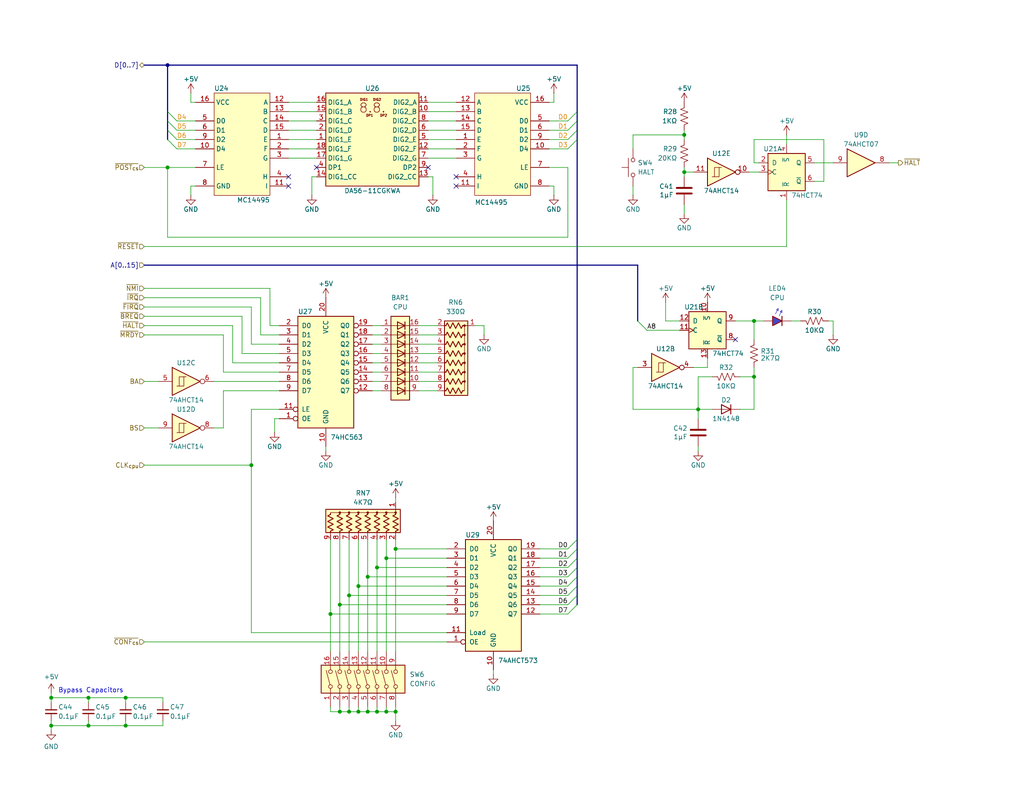
<source format=kicad_sch>
(kicad_sch (version 20250114) (generator "eeschema") (generator_version "9.0")
  (paper "USLetter")
  (title_block (title "Blinkenlights") (date "2026-02-28") (rev "2.1") (company "MicroHobbyist") (comment 1 "Frédéric Segard"))
  (lib_symbols
    (symbol "6309 Unleashed 2.0:MC14495"
      (property "Reference" "U" (at -7.62 0 0))
      (property "Value" "MC14495" (at 7.62 -31.115 0))
      (symbol "MC14495_1_1"
        (pin power_in line (at -12.7 -3.81 0) (length 5.08) (name "VCC") (number "16"))
        (pin input line (at -12.7 -8.89 0) (length 5.08) (name "D0") (number "5"))
        (pin input line (at -12.7 -11.43 0) (length 5.08) (name "D1") (number "6"))
        (pin input line (at -12.7 -13.97 0) (length 5.08) (name "D2") (number "9"))
        (pin input line (at -12.7 -16.51 0) (length 5.08) (name "D4") (number "10"))
        (pin input line (at -12.7 -21.59 0) (length 5.08) (name "LE") (number "7"))
        (pin power_in line (at -12.7 -26.67 0) (length 5.08) (name "GND") (number "8"))
        (pin output line (at 12.7 -3.81 180) (length 5.08) (name "A") (number "12"))
        (pin output line (at 12.7 -6.35 180) (length 5.08) (name "B") (number "13"))
        (pin output line (at 12.7 -8.89 180) (length 5.08) (name "C") (number "14"))
        (pin output line (at 12.7 -11.43 180) (length 5.08) (name "D") (number "15"))
        (pin output line (at 12.7 -13.97 180) (length 5.08) (name "E") (number "1"))
        (pin output line (at 12.7 -16.51 180) (length 5.08) (name "F") (number "2"))
        (pin output line (at 12.7 -19.05 180) (length 5.08) (name "G") (number "3"))
        (pin output line (at 12.7 -24.13 180) (length 5.08) (name "H") (number "4"))
        (pin output line (at 12.7 -26.67 180) (length 5.08) (name "I") (number "11"))
      )
    )
    (symbol "74xx:74HC14" (pin_names (offset 1.016))
      (property "Reference" "U" (at 0 1.27 0))
      (property "Value" "74HC14" (at 0 -1.27 0))
      (symbol "74HC14_1_0"
        (pin input line (at -7.62 0 0) (length 3.81) (name "~") (number "1"))
        (pin output inverted (at 7.62 0 180) (length 3.81) (name "~") (number "2"))
      )
      (symbol "74HC14_2_0"
        (pin input line (at -7.62 0 0) (length 3.81) (name "~") (number "3"))
        (pin output inverted (at 7.62 0 180) (length 3.81) (name "~") (number "4"))
      )
      (symbol "74HC14_3_0"
        (pin input line (at -7.62 0 0) (length 3.81) (name "~") (number "5"))
        (pin output inverted (at 7.62 0 180) (length 3.81) (name "~") (number "6"))
      )
      (symbol "74HC14_4_0"
        (pin input line (at -7.62 0 0) (length 3.81) (name "~") (number "9"))
        (pin output inverted (at 7.62 0 180) (length 3.81) (name "~") (number "8"))
      )
      (symbol "74HC14_5_0"
        (pin input line (at -7.62 0 0) (length 3.81) (name "~") (number "11"))
        (pin output inverted (at 7.62 0 180) (length 3.81) (name "~") (number "10"))
      )
      (symbol "74HC14_6_0"
        (pin input line (at -7.62 0 0) (length 3.81) (name "~") (number "13"))
        (pin output inverted (at 7.62 0 180) (length 3.81) (name "~") (number "12"))
      )
      (symbol "74HC14_7_0"
        (pin power_in line (at 0 12.7 270) (length 5.08) (name "VCC") (number "14"))
        (pin power_in line (at 0 -12.7 90) (length 5.08) (name "GND") (number "7"))
      )
    )
    (symbol "74xx:74HCT74" (pin_names (offset 1.016))
      (property "Reference" "U" (at -7.62 8.89 0))
      (property "Value" "74HCT74" (at -7.62 -8.89 0))
      (symbol "74HCT74_1_0"
        (pin input line (at -7.62 2.54 0) (length 2.54) (name "D") (number "2"))
        (pin input clock (at -7.62 0 0) (length 2.54) (name "C") (number "3"))
        (pin input line (at 0 7.62 270) (length 2.54) (name "~{S}") (number "4"))
        (pin input line (at 0 -7.62 90) (length 2.54) (name "~{R}") (number "1"))
        (pin output line (at 7.62 2.54 180) (length 2.54) (name "Q") (number "5"))
        (pin output line (at 7.62 -2.54 180) (length 2.54) (name "~{Q}") (number "6"))
      )
      (symbol "74HCT74_2_0"
        (pin input line (at -7.62 2.54 0) (length 2.54) (name "D") (number "12"))
        (pin input clock (at -7.62 0 0) (length 2.54) (name "C") (number "11"))
        (pin input line (at 0 7.62 270) (length 2.54) (name "~{S}") (number "10"))
        (pin input line (at 0 -7.62 90) (length 2.54) (name "~{R}") (number "13"))
        (pin output line (at 7.62 2.54 180) (length 2.54) (name "Q") (number "9"))
        (pin output line (at 7.62 -2.54 180) (length 2.54) (name "~{Q}") (number "8"))
      )
      (symbol "74HCT74_3_0"
        (pin power_in line (at 0 10.16 270) (length 2.54) (name "VCC") (number "14"))
        (pin power_in line (at 0 -10.16 90) (length 2.54) (name "GND") (number "7"))
      )
    )
    (symbol "74xx:74LS07" (pin_names (offset 1.016))
      (property "Reference" "U" (at 0 1.27 0))
      (property "Value" "74LS07" (at 0 -1.27 0))
      (symbol "74LS07_1_0"
        (pin input line (at -7.62 0 0) (length 3.81) (name "~") (number "1"))
        (pin open_collector line (at 7.62 0 180) (length 3.81) (name "~") (number "2"))
      )
      (symbol "74LS07_2_0"
        (pin input line (at -7.62 0 0) (length 3.81) (name "~") (number "3"))
        (pin open_collector line (at 7.62 0 180) (length 3.81) (name "~") (number "4"))
      )
      (symbol "74LS07_3_0"
        (pin input line (at -7.62 0 0) (length 3.81) (name "~") (number "5"))
        (pin open_collector line (at 7.62 0 180) (length 3.81) (name "~") (number "6"))
      )
      (symbol "74LS07_4_0"
        (pin input line (at -7.62 0 0) (length 3.81) (name "~") (number "9"))
        (pin open_collector line (at 7.62 0 180) (length 3.81) (name "~") (number "8"))
      )
      (symbol "74LS07_5_0"
        (pin input line (at -7.62 0 0) (length 3.81) (name "~") (number "11"))
        (pin open_collector line (at 7.62 0 180) (length 3.81) (name "~") (number "10"))
      )
      (symbol "74LS07_6_0"
        (pin input line (at -7.62 0 0) (length 3.81) (name "~") (number "13"))
        (pin open_collector line (at 7.62 0 180) (length 3.81) (name "~") (number "12"))
      )
      (symbol "74LS07_7_0"
        (pin power_in line (at 0 12.7 270) (length 5.08) (name "VCC") (number "14"))
        (pin power_in line (at 0 -12.7 90) (length 5.08) (name "GND") (number "7"))
      )
    )
    (symbol "74xx:74LS573" (pin_names (offset 1.016))
      (property "Reference" "U" (at -7.62 16.51 0))
      (property "Value" "74LS573" (at -7.62 -16.51 0))
      (symbol "74LS573_1_0"
        (pin input line (at -12.7 12.7 0) (length 5.08) (name "D0") (number "2"))
        (pin input line (at -12.7 10.16 0) (length 5.08) (name "D1") (number "3"))
        (pin input line (at -12.7 7.62 0) (length 5.08) (name "D2") (number "4"))
        (pin input line (at -12.7 5.08 0) (length 5.08) (name "D3") (number "5"))
        (pin input line (at -12.7 2.54 0) (length 5.08) (name "D4") (number "6"))
        (pin input line (at -12.7 0 0) (length 5.08) (name "D5") (number "7"))
        (pin input line (at -12.7 -2.54 0) (length 5.08) (name "D6") (number "8"))
        (pin input line (at -12.7 -5.08 0) (length 5.08) (name "D7") (number "9"))
        (pin input line (at -12.7 -10.16 0) (length 5.08) (name "Load") (number "11"))
        (pin input inverted (at -12.7 -12.7 0) (length 5.08) (name "OE") (number "1"))
        (pin power_in line (at 0 20.32 270) (length 5.08) (name "VCC") (number "20"))
        (pin power_in line (at 0 -20.32 90) (length 5.08) (name "GND") (number "10"))
        (pin tri_state line (at 12.7 12.7 180) (length 5.08) (name "Q0") (number "19"))
        (pin tri_state line (at 12.7 10.16 180) (length 5.08) (name "Q1") (number "18"))
        (pin tri_state line (at 12.7 7.62 180) (length 5.08) (name "Q2") (number "17"))
        (pin tri_state line (at 12.7 5.08 180) (length 5.08) (name "Q3") (number "16"))
        (pin tri_state line (at 12.7 2.54 180) (length 5.08) (name "Q4") (number "15"))
        (pin tri_state line (at 12.7 0 180) (length 5.08) (name "Q5") (number "14"))
        (pin tri_state line (at 12.7 -2.54 180) (length 5.08) (name "Q6") (number "13"))
        (pin tri_state line (at 12.7 -5.08 180) (length 5.08) (name "Q7") (number "12"))
      )
    )
    (symbol "Device:C" (pin_numbers (hide yes)) (pin_names (offset 0.254))
      (property "Reference" "C" (at 0.635 2.54 0))
      (property "Value" "C" (at 0.635 -2.54 0))
      (symbol "C_1_1"
        (pin passive line (at 0 3.81 270) (length 2.794) (name "~") (number "1"))
        (pin passive line (at 0 -3.81 90) (length 2.794) (name "~") (number "2"))
      )
    )
    (symbol "Device:C_Small" (pin_numbers (hide yes)) (pin_names (offset 0.254) (hide yes))
      (property "Reference" "C" (at 0.254 1.778 0))
      (property "Value" "C_Small" (at 0.254 -2.032 0))
      (symbol "C_Small_1_1"
        (pin passive line (at 0 2.54 270) (length 2.032) (name "~") (number "1"))
        (pin passive line (at 0 -2.54 90) (length 2.032) (name "~") (number "2"))
      )
    )
    (symbol "Device:R_US" (pin_numbers (hide yes)) (pin_names (offset 0))
      (property "Reference" "R" (at 2.54 0 90))
      (property "Value" "R_US" (at -2.54 0 90))
      (symbol "R_US_1_1"
        (pin passive line (at 0 3.81 270) (length 1.27) (name "~") (number "1"))
        (pin passive line (at 0 -3.81 90) (length 1.27) (name "~") (number "2"))
      )
    )
    (symbol "Diode:1N4148" (pin_numbers (hide yes)) (pin_names (hide yes))
      (property "Reference" "D" (at 0 2.54 0))
      (property "Value" "1N4148" (at 0 -2.54 0))
      (symbol "1N4148_1_1"
        (pin passive line (at -3.81 0 0) (length 2.54) (name "K") (number "1"))
        (pin passive line (at 3.81 0 180) (length 2.54) (name "A") (number "2"))
      )
    )
    (symbol "Display_Character:DC56-11YWA"
      (property "Reference" "U" (at -11.43 13.97 0))
      (property "Value" "DC56-11YWA" (at 12.065 13.97 0))
      (symbol "DC56-11YWA_0_0"
        (text "DIG1" (at -2.286 10.922 0) (effects (font (size 0.635 0.635))))
        (text "DP1" (at -0.762 6.604 0) (effects (font (size 0.635 0.635))))
        (text "8.8." (at 0 8.636 0) (effects (font (size 2.54 2.54))))
        (text "DIG2" (at 1.27 10.922 0) (effects (font (size 0.635 0.635))))
        (text "DP2" (at 3.048 6.604 0) (effects (font (size 0.635 0.635))))
      )
      (symbol "DC56-11YWA_1_1"
        (pin input line (at -15.24 10.16 0) (length 2.54) (name "DIG1_A") (number "16"))
        (pin input line (at -15.24 7.62 0) (length 2.54) (name "DIG1_B") (number "15"))
        (pin input line (at -15.24 5.08 0) (length 2.54) (name "DIG1_C") (number "3"))
        (pin input line (at -15.24 2.54 0) (length 2.54) (name "DIG1_D") (number "2"))
        (pin input line (at -15.24 0 0) (length 2.54) (name "DIG1_E") (number "1"))
        (pin input line (at -15.24 -2.54 0) (length 2.54) (name "DIG1_F") (number "18"))
        (pin input line (at -15.24 -5.08 0) (length 2.54) (name "DIG1_G") (number "17"))
        (pin input line (at -15.24 -7.62 0) (length 2.54) (name "DP1") (number "4"))
        (pin input line (at -15.24 -10.16 0) (length 2.54) (name "DIG1_CC") (number "14"))
        (pin input line (at 15.24 10.16 180) (length 2.54) (name "DIG2_A") (number "11"))
        (pin input line (at 15.24 7.62 180) (length 2.54) (name "DIG2_B") (number "10"))
        (pin input line (at 15.24 5.08 180) (length 2.54) (name "DIG2_C") (number "8"))
        (pin input line (at 15.24 2.54 180) (length 2.54) (name "DIG2_D") (number "6"))
        (pin input line (at 15.24 0 180) (length 2.54) (name "DIG2_E") (number "5"))
        (pin input line (at 15.24 -2.54 180) (length 2.54) (name "DIG2_F") (number "12"))
        (pin input line (at 15.24 -5.08 180) (length 2.54) (name "DIG2_G") (number "7"))
        (pin input line (at 15.24 -7.62 180) (length 2.54) (name "DP2") (number "9"))
        (pin input line (at 15.24 -10.16 180) (length 2.54) (name "DIG2_CC") (number "13"))
      )
    )
    (symbol "MicroHobbyist:74HC563" (pin_names (offset 1.016))
      (property "Reference" "U" (at -7.62 16.51 0))
      (property "Value" "74HC563" (at 1.27 -17.78 0))
      (symbol "74HC563_1_0"
        (pin input line (at -12.7 12.7 0) (length 5.08) (name "D0") (number "2"))
        (pin input line (at -12.7 10.16 0) (length 5.08) (name "D1") (number "3"))
        (pin input line (at -12.7 7.62 0) (length 5.08) (name "D2") (number "4"))
        (pin input line (at -12.7 5.08 0) (length 5.08) (name "D3") (number "5"))
        (pin input line (at -12.7 2.54 0) (length 5.08) (name "D4") (number "6"))
        (pin input line (at -12.7 0 0) (length 5.08) (name "D5") (number "7"))
        (pin input line (at -12.7 -2.54 0) (length 5.08) (name "D6") (number "8"))
        (pin input line (at -12.7 -5.08 0) (length 5.08) (name "D7") (number "9"))
        (pin input inverted (at -12.7 -10.16 0) (length 5.08) (name "LE") (number "11"))
        (pin input inverted (at -12.7 -12.7 0) (length 5.08) (name "OE") (number "1"))
        (pin power_in line (at 0 20.32 270) (length 5.08) (name "VCC") (number "20"))
        (pin power_in line (at 0 -20.32 90) (length 5.08) (name "GND") (number "10"))
        (pin tri_state inverted (at 12.7 12.7 180) (length 5.08) (name "Q0") (number "19"))
        (pin tri_state inverted (at 12.7 10.16 180) (length 5.08) (name "Q1") (number "18"))
        (pin tri_state inverted (at 12.7 7.62 180) (length 5.08) (name "Q2") (number "17"))
        (pin tri_state inverted (at 12.7 5.08 180) (length 5.08) (name "Q3") (number "16"))
        (pin tri_state inverted (at 12.7 2.54 180) (length 5.08) (name "Q4") (number "15"))
        (pin tri_state inverted (at 12.7 0 180) (length 5.08) (name "Q5") (number "14"))
        (pin tri_state inverted (at 12.7 -2.54 180) (length 5.08) (name "Q6") (number "13"))
        (pin tri_state inverted (at 12.7 -5.08 180) (length 5.08) (name "Q7") (number "12"))
      )
    )
    (symbol "MicroHobbyist:BAR_GRAPH_8" (pin_names (offset 1.016) (hide yes))
      (property "Reference" "BAR" (at 0 15.24 0))
      (property "Value" "F2010BW" (at 0 -12.7 0))
      (symbol "BAR_GRAPH_8_1_1"
        (pin passive line (at -5.08 10.16 0) (length 2.54) (name "A") (number "1"))
        (pin passive line (at -5.08 7.62 0) (length 2.54) (name "A") (number "2"))
        (pin passive line (at -5.08 5.08 0) (length 2.54) (name "A") (number "3"))
        (pin passive line (at -5.08 2.54 0) (length 2.54) (name "A") (number "4"))
        (pin passive line (at -5.08 0 0) (length 2.54) (name "A") (number "5"))
        (pin passive line (at -5.08 -2.54 0) (length 2.54) (name "A") (number "6"))
        (pin passive line (at -5.08 -5.08 0) (length 2.54) (name "A") (number "7"))
        (pin passive line (at -5.08 -7.62 0) (length 2.54) (name "A") (number "8"))
        (pin passive line (at 5.08 10.16 180) (length 2.54) (name "K") (number "16"))
        (pin passive line (at 5.08 7.62 180) (length 2.54) (name "K") (number "15"))
        (pin passive line (at 5.08 5.08 180) (length 2.54) (name "K") (number "14"))
        (pin passive line (at 5.08 2.54 180) (length 2.54) (name "K") (number "13"))
        (pin passive line (at 5.08 0 180) (length 2.54) (name "K") (number "12"))
        (pin passive line (at 5.08 -2.54 180) (length 2.54) (name "K") (number "11"))
        (pin passive line (at 5.08 -5.08 180) (length 2.54) (name "A") (number "10"))
        (pin passive line (at 5.08 -7.62 180) (length 2.54) (name "A") (number "9"))
      )
    )
    (symbol "PCM_LED_AKL:LED_2x5mm_Blue" (pin_numbers (hide yes)) (pin_names (offset 1.016) (hide yes))
      (property "Reference" "LED" (at 0 7.62 0))
      (property "Value" "LED_2x5mm_Blue" (at 0 5.08 0))
      (symbol "LED_2x5mm_Blue_1_1"
        (pin passive line (at -3.81 0 0) (length 2.54) (name "A") (number "2"))
        (pin passive line (at 3.81 0 180) (length 2.54) (name "K") (number "1"))
      )
      (symbol "LED_2x5mm_Blue_1_2"
        (pin passive line (at -2.54 -2.54 0) (length 0) (name "A") (number "2"))
        (pin passive line (at 2.54 2.54 180) (length 0) (name "K") (number "1"))
      )
    )
    (symbol "PCM_Resistor_US_AKL:R_Bussed_SIP-9" (pin_names (offset 0.002) (hide yes))
      (property "Reference" "RN" (at 10.16 1.27 0))
      (property "Value" "R_Bussed_SIP-9" (at 10.16 -1.27 0))
      (symbol "R_Bussed_SIP-9_1_1"
        (pin passive line (at -10.16 5.08 270) (length 1.27) (name "common") (number "1"))
        (pin passive line (at -10.16 -5.08 90) (length 1.27) (name "R1") (number "2"))
        (pin passive line (at -7.62 -5.08 90) (length 1.27) (name "R2") (number "3"))
        (pin passive line (at -5.08 -5.08 90) (length 1.27) (name "R3") (number "4"))
        (pin passive line (at -2.54 -5.08 90) (length 1.27) (name "R4") (number "5"))
        (pin passive line (at 0 -5.08 90) (length 1.27) (name "R5") (number "6"))
        (pin passive line (at 2.54 -5.08 90) (length 1.27) (name "R6") (number "7"))
        (pin passive line (at 5.08 -5.08 90) (length 1.27) (name "R7") (number "8"))
        (pin passive line (at 7.62 -5.08 90) (length 1.27) (name "R8") (number "9"))
      )
    )
    (symbol "Switch:SW_DIP_x08" (pin_names (offset 0) (hide yes))
      (property "Reference" "SW" (at 0 13.97 0))
      (property "Value" "SW_DIP_x08" (at 0 -11.43 0))
      (symbol "SW_DIP_x08_1_1"
        (pin passive line (at -7.62 10.16 0) (length 5.08) (name "~") (number "1"))
        (pin passive line (at -7.62 7.62 0) (length 5.08) (name "~") (number "2"))
        (pin passive line (at -7.62 5.08 0) (length 5.08) (name "~") (number "3"))
        (pin passive line (at -7.62 2.54 0) (length 5.08) (name "~") (number "4"))
        (pin passive line (at -7.62 0 0) (length 5.08) (name "~") (number "5"))
        (pin passive line (at -7.62 -2.54 0) (length 5.08) (name "~") (number "6"))
        (pin passive line (at -7.62 -5.08 0) (length 5.08) (name "~") (number "7"))
        (pin passive line (at -7.62 -7.62 0) (length 5.08) (name "~") (number "8"))
        (pin passive line (at 7.62 10.16 180) (length 5.08) (name "~") (number "16"))
        (pin passive line (at 7.62 7.62 180) (length 5.08) (name "~") (number "15"))
        (pin passive line (at 7.62 5.08 180) (length 5.08) (name "~") (number "14"))
        (pin passive line (at 7.62 2.54 180) (length 5.08) (name "~") (number "13"))
        (pin passive line (at 7.62 0 180) (length 5.08) (name "~") (number "12"))
        (pin passive line (at 7.62 -2.54 180) (length 5.08) (name "~") (number "11"))
        (pin passive line (at 7.62 -5.08 180) (length 5.08) (name "~") (number "10"))
        (pin passive line (at 7.62 -7.62 180) (length 5.08) (name "~") (number "9"))
      )
    )
    (symbol "Switch:SW_Push" (pin_numbers (hide yes)) (pin_names (offset 1.016) (hide yes))
      (property "Reference" "SW" (at 1.27 2.54 0))
      (property "Value" "SW_Push" (at 0 -1.524 0))
      (symbol "SW_Push_0_1"
        (pin passive line (at -5.08 0 0) (length 2.54) (name "1") (number "1"))
        (pin passive line (at 5.08 0 180) (length 2.54) (name "2") (number "2"))
      )
    )
    (symbol "power:+5V" (power) (pin_numbers (hide yes)) (pin_names (offset 0) (hide yes))
      (property "Value" "+5V" (at 0 3.556 0))
      (symbol "+5V_1_1"
        (pin power_in line (at 0 0 90) (length 0) (name "~") (number "1"))
      )
    )
    (symbol "power:GND" (power) (pin_numbers (hide yes)) (pin_names (offset 0) (hide yes))
      (property "Value" "GND" (at 0 -3.81 0))
      (symbol "GND_1_1"
        (pin power_in line (at 0 0 270) (length 0) (name "~") (number "1"))
      )
    )
  )
  (text "Bypass Capacitors" (at 15.875 188.595 0) (effects (font (size 1.27 1.27)) (justify left)))
  (junction (at 95.25 194.31))
  (junction (at 205.74 87.63))
  (junction (at 186.69 36.83))
  (junction (at 97.79 160.02))
  (junction (at 100.33 194.31))
  (junction (at 90.17 167.64))
  (junction (at 186.69 46.99))
  (junction (at 97.79 194.31))
  (junction (at 34.29 190.5))
  (junction (at 102.87 194.31))
  (junction (at 24.13 198.12))
  (junction (at 92.71 165.1))
  (junction (at 13.97 198.12))
  (junction (at 102.87 154.94))
  (junction (at 107.95 149.86))
  (junction (at 100.33 157.48))
  (junction (at 105.41 194.31))
  (junction (at 95.25 162.56))
  (junction (at 107.95 194.31))
  (junction (at 45.72 17.78))
  (junction (at 190.5 111.76))
  (junction (at 34.29 198.12))
  (junction (at 92.71 194.31))
  (junction (at 68.58 127))
  (junction (at 105.41 152.4))
  (junction (at 205.74 102.87))
  (junction (at 24.13 190.5))
  (junction (at 45.72 45.72))
  (junction (at 13.97 190.5))
  (no_connect (at 78.74 50.8))
  (no_connect (at 124.46 48.26))
  (no_connect (at 200.66 92.71))
  (no_connect (at 86.36 45.72))
  (no_connect (at 124.46 50.8))
  (no_connect (at 116.84 45.72))
  (no_connect (at 78.74 48.26))
  (bus_entry (at 45.72 35.56) (size 2.54 2.54))
  (bus_entry (at 173.99 87.63) (size 2.54 2.54))
  (bus_entry (at 154.94 35.56) (size 2.54 -2.54))
  (bus_entry (at 154.94 152.4) (size 2.54 -2.54))
  (bus_entry (at 154.94 167.64) (size 2.54 -2.54))
  (bus_entry (at 154.94 162.56) (size 2.54 -2.54))
  (bus_entry (at 45.72 38.1) (size 2.54 2.54))
  (bus_entry (at 154.94 154.94) (size 2.54 -2.54))
  (bus_entry (at 154.94 40.64) (size 2.54 -2.54))
  (bus_entry (at 154.94 165.1) (size 2.54 -2.54))
  (bus_entry (at 154.94 157.48) (size 2.54 -2.54))
  (bus_entry (at 154.94 149.86) (size 2.54 -2.54))
  (bus_entry (at 154.94 33.02) (size 2.54 -2.54))
  (bus_entry (at 154.94 160.02) (size 2.54 -2.54))
  (bus_entry (at 154.94 38.1) (size 2.54 -2.54))
  (bus_entry (at 45.72 30.48) (size 2.54 2.54))
  (bus_entry (at 45.72 33.02) (size 2.54 2.54))
  (wire (pts (xy 39.37 91.44) (xy 60.96 91.44)))
  (bus (pts (xy 157.48 149.86) (xy 157.48 152.4)))
  (wire (pts (xy 147.32 154.94) (xy 154.94 154.94)))
  (wire (pts (xy 226.06 87.63) (xy 227.33 87.63)))
  (wire (pts (xy 78.74 33.02) (xy 86.36 33.02)))
  (wire (pts (xy 147.32 152.4) (xy 154.94 152.4)))
  (wire (pts (xy 66.04 96.52) (xy 76.2 96.52)))
  (wire (pts (xy 78.74 38.1) (xy 86.36 38.1)))
  (wire (pts (xy 186.69 55.88) (xy 186.69 58.42)))
  (wire (pts (xy 190.5 114.3) (xy 190.5 111.76)))
  (wire (pts (xy 205.74 92.71) (xy 205.74 87.63)))
  (wire (pts (xy 104.14 99.06) (xy 101.6 99.06)))
  (wire (pts (xy 104.14 93.98) (xy 101.6 93.98)))
  (wire (pts (xy 149.86 40.64) (xy 154.94 40.64)))
  (wire (pts (xy 104.14 101.6) (xy 101.6 101.6)))
  (wire (pts (xy 102.87 154.94) (xy 102.87 147.32)))
  (wire (pts (xy 97.79 160.02) (xy 121.92 160.02)))
  (bus (pts (xy 45.72 30.48) (xy 45.72 33.02)))
  (wire (pts (xy 104.14 96.52) (xy 101.6 96.52)))
  (wire (pts (xy 52.07 50.8) (xy 52.07 53.34)))
  (wire (pts (xy 13.97 198.12) (xy 24.13 198.12)))
  (wire (pts (xy 132.08 88.9) (xy 132.08 91.44)))
  (wire (pts (xy 95.25 162.56) (xy 121.92 162.56)))
  (bus (pts (xy 45.72 33.02) (xy 45.72 35.56)))
  (wire (pts (xy 52.07 25.4) (xy 52.07 27.94)))
  (wire (pts (xy 78.74 35.56) (xy 86.36 35.56)))
  (wire (pts (xy 68.58 172.72) (xy 121.92 172.72)))
  (wire (pts (xy 68.58 111.76) (xy 76.2 111.76)))
  (wire (pts (xy 114.3 93.98) (xy 119.38 93.98)))
  (wire (pts (xy 39.37 81.28) (xy 71.12 81.28)))
  (wire (pts (xy 172.72 100.33) (xy 173.99 100.33)))
  (wire (pts (xy 124.46 38.1) (xy 116.84 38.1)))
  (bus (pts (xy 173.99 72.39) (xy 173.99 87.63)))
  (wire (pts (xy 39.37 78.74) (xy 73.66 78.74)))
  (wire (pts (xy 205.74 38.1) (xy 205.74 44.45)))
  (wire (pts (xy 39.37 175.26) (xy 121.92 175.26)))
  (wire (pts (xy 205.74 102.87) (xy 205.74 100.33)))
  (wire (pts (xy 39.37 67.31) (xy 214.63 67.31)))
  (wire (pts (xy 48.26 35.56) (xy 53.34 35.56)))
  (wire (pts (xy 242.57 44.45) (xy 245.11 44.45)))
  (wire (pts (xy 92.71 194.31) (xy 95.25 194.31)))
  (wire (pts (xy 205.74 44.45) (xy 207.01 44.45)))
  (wire (pts (xy 124.46 30.48) (xy 116.84 30.48)))
  (wire (pts (xy 105.41 193.04) (xy 105.41 194.31)))
  (wire (pts (xy 39.37 83.82) (xy 68.58 83.82)))
  (bus (pts (xy 39.37 72.39) (xy 173.99 72.39)))
  (wire (pts (xy 204.47 46.99) (xy 207.01 46.99)))
  (wire (pts (xy 193.04 100.33) (xy 193.04 97.79)))
  (wire (pts (xy 114.3 99.06) (xy 119.38 99.06)))
  (wire (pts (xy 149.86 50.8) (xy 151.13 50.8)))
  (wire (pts (xy 104.14 104.14) (xy 101.6 104.14)))
  (wire (pts (xy 58.42 116.84) (xy 60.96 116.84)))
  (wire (pts (xy 52.07 27.94) (xy 53.34 27.94)))
  (wire (pts (xy 13.97 190.5) (xy 13.97 191.77)))
  (wire (pts (xy 100.33 157.48) (xy 121.92 157.48)))
  (wire (pts (xy 107.95 135.89) (xy 107.95 137.16)))
  (wire (pts (xy 73.66 88.9) (xy 76.2 88.9)))
  (wire (pts (xy 90.17 177.8) (xy 90.17 167.64)))
  (wire (pts (xy 45.72 64.77) (xy 154.94 64.77)))
  (wire (pts (xy 39.37 86.36) (xy 66.04 86.36)))
  (wire (pts (xy 186.69 36.83) (xy 186.69 38.1)))
  (wire (pts (xy 13.97 190.5) (xy 24.13 190.5)))
  (wire (pts (xy 149.86 27.94) (xy 151.13 27.94)))
  (wire (pts (xy 190.5 102.87) (xy 190.5 111.76)))
  (wire (pts (xy 58.42 104.14) (xy 76.2 104.14)))
  (wire (pts (xy 105.41 152.4) (xy 105.41 147.32)))
  (wire (pts (xy 63.5 88.9) (xy 63.5 99.06)))
  (wire (pts (xy 92.71 193.04) (xy 92.71 194.31)))
  (wire (pts (xy 90.17 194.31) (xy 92.71 194.31)))
  (wire (pts (xy 97.79 177.8) (xy 97.79 160.02)))
  (wire (pts (xy 97.79 193.04) (xy 97.79 194.31)))
  (wire (pts (xy 186.69 45.72) (xy 186.69 46.99)))
  (bus (pts (xy 157.48 162.56) (xy 157.48 165.1)))
  (wire (pts (xy 34.29 190.5) (xy 34.29 191.77)))
  (wire (pts (xy 205.74 102.87) (xy 205.74 111.76)))
  (wire (pts (xy 124.46 33.02) (xy 116.84 33.02)))
  (wire (pts (xy 116.84 48.26) (xy 118.11 48.26)))
  (wire (pts (xy 149.86 45.72) (xy 154.94 45.72)))
  (wire (pts (xy 105.41 152.4) (xy 121.92 152.4)))
  (wire (pts (xy 114.3 96.52) (xy 119.38 96.52)))
  (wire (pts (xy 39.37 45.72) (xy 45.72 45.72)))
  (wire (pts (xy 189.23 100.33) (xy 193.04 100.33)))
  (wire (pts (xy 124.46 43.18) (xy 116.84 43.18)))
  (wire (pts (xy 114.3 88.9) (xy 119.38 88.9)))
  (wire (pts (xy 107.95 177.8) (xy 107.95 149.86)))
  (wire (pts (xy 13.97 196.85) (xy 13.97 198.12)))
  (wire (pts (xy 39.37 88.9) (xy 63.5 88.9)))
  (wire (pts (xy 114.3 104.14) (xy 119.38 104.14)))
  (bus (pts (xy 157.48 152.4) (xy 157.48 154.94)))
  (wire (pts (xy 95.25 162.56) (xy 95.25 147.32)))
  (wire (pts (xy 151.13 25.4) (xy 151.13 27.94)))
  (wire (pts (xy 149.86 38.1) (xy 154.94 38.1)))
  (wire (pts (xy 66.04 86.36) (xy 66.04 96.52)))
  (wire (pts (xy 134.62 184.15) (xy 134.62 182.88)))
  (wire (pts (xy 71.12 91.44) (xy 76.2 91.44)))
  (wire (pts (xy 48.26 33.02) (xy 53.34 33.02)))
  (wire (pts (xy 100.33 177.8) (xy 100.33 157.48)))
  (wire (pts (xy 85.09 48.26) (xy 85.09 53.34)))
  (wire (pts (xy 34.29 196.85) (xy 34.29 198.12)))
  (bus (pts (xy 45.72 35.56) (xy 45.72 38.1)))
  (wire (pts (xy 205.74 87.63) (xy 208.28 87.63)))
  (wire (pts (xy 172.72 36.83) (xy 172.72 40.64)))
  (wire (pts (xy 68.58 83.82) (xy 68.58 93.98)))
  (wire (pts (xy 92.71 177.8) (xy 92.71 165.1)))
  (wire (pts (xy 78.74 30.48) (xy 86.36 30.48)))
  (wire (pts (xy 215.9 87.63) (xy 218.44 87.63)))
  (wire (pts (xy 224.79 38.1) (xy 205.74 38.1)))
  (wire (pts (xy 102.87 194.31) (xy 105.41 194.31)))
  (wire (pts (xy 24.13 190.5) (xy 34.29 190.5)))
  (bus (pts (xy 157.48 35.56) (xy 157.48 38.1)))
  (wire (pts (xy 68.58 93.98) (xy 76.2 93.98)))
  (wire (pts (xy 222.25 49.53) (xy 224.79 49.53)))
  (wire (pts (xy 85.09 48.26) (xy 86.36 48.26)))
  (wire (pts (xy 114.3 101.6) (xy 119.38 101.6)))
  (wire (pts (xy 172.72 111.76) (xy 172.72 100.33)))
  (wire (pts (xy 147.32 162.56) (xy 154.94 162.56)))
  (wire (pts (xy 34.29 198.12) (xy 44.45 198.12)))
  (wire (pts (xy 200.66 87.63) (xy 205.74 87.63)))
  (wire (pts (xy 214.63 54.61) (xy 214.63 67.31)))
  (wire (pts (xy 74.93 114.3) (xy 74.93 118.11)))
  (wire (pts (xy 95.25 177.8) (xy 95.25 162.56)))
  (wire (pts (xy 124.46 40.64) (xy 116.84 40.64)))
  (wire (pts (xy 114.3 106.68) (xy 119.38 106.68)))
  (wire (pts (xy 190.5 123.19) (xy 190.5 121.92)))
  (wire (pts (xy 172.72 111.76) (xy 190.5 111.76)))
  (wire (pts (xy 107.95 149.86) (xy 107.95 147.32)))
  (bus (pts (xy 157.48 160.02) (xy 157.48 162.56)))
  (wire (pts (xy 90.17 193.04) (xy 90.17 194.31)))
  (wire (pts (xy 78.74 27.94) (xy 86.36 27.94)))
  (wire (pts (xy 92.71 165.1) (xy 121.92 165.1)))
  (wire (pts (xy 147.32 157.48) (xy 154.94 157.48)))
  (wire (pts (xy 63.5 99.06) (xy 76.2 99.06)))
  (wire (pts (xy 39.37 116.84) (xy 43.18 116.84)))
  (wire (pts (xy 124.46 35.56) (xy 116.84 35.56)))
  (wire (pts (xy 172.72 50.8) (xy 172.72 53.34)))
  (wire (pts (xy 107.95 194.31) (xy 107.95 196.85)))
  (wire (pts (xy 97.79 194.31) (xy 100.33 194.31)))
  (wire (pts (xy 45.72 45.72) (xy 45.72 64.77)))
  (wire (pts (xy 34.29 190.5) (xy 44.45 190.5)))
  (wire (pts (xy 78.74 40.64) (xy 86.36 40.64)))
  (wire (pts (xy 224.79 49.53) (xy 224.79 38.1)))
  (wire (pts (xy 95.25 193.04) (xy 95.25 194.31)))
  (wire (pts (xy 227.33 87.63) (xy 227.33 91.44)))
  (wire (pts (xy 201.93 102.87) (xy 205.74 102.87)))
  (wire (pts (xy 13.97 198.12) (xy 13.97 199.39)))
  (wire (pts (xy 129.54 88.9) (xy 132.08 88.9)))
  (wire (pts (xy 24.13 198.12) (xy 34.29 198.12)))
  (wire (pts (xy 147.32 149.86) (xy 154.94 149.86)))
  (wire (pts (xy 105.41 177.8) (xy 105.41 152.4)))
  (wire (pts (xy 194.31 102.87) (xy 190.5 102.87)))
  (wire (pts (xy 104.14 106.68) (xy 101.6 106.68)))
  (wire (pts (xy 149.86 35.56) (xy 154.94 35.56)))
  (wire (pts (xy 44.45 190.5) (xy 44.45 191.77)))
  (wire (pts (xy 74.93 114.3) (xy 76.2 114.3)))
  (wire (pts (xy 90.17 167.64) (xy 121.92 167.64)))
  (wire (pts (xy 100.33 194.31) (xy 102.87 194.31)))
  (wire (pts (xy 39.37 127) (xy 68.58 127)))
  (bus (pts (xy 157.48 38.1) (xy 157.48 147.32)))
  (wire (pts (xy 107.95 193.04) (xy 107.95 194.31)))
  (wire (pts (xy 102.87 154.94) (xy 121.92 154.94)))
  (wire (pts (xy 149.86 33.02) (xy 154.94 33.02)))
  (wire (pts (xy 78.74 43.18) (xy 86.36 43.18)))
  (bus (pts (xy 45.72 17.78) (xy 157.48 17.78)))
  (wire (pts (xy 185.42 87.63) (xy 181.61 87.63)))
  (wire (pts (xy 186.69 46.99) (xy 186.69 48.26)))
  (wire (pts (xy 48.26 40.64) (xy 53.34 40.64)))
  (wire (pts (xy 60.96 101.6) (xy 76.2 101.6)))
  (wire (pts (xy 104.14 91.44) (xy 101.6 91.44)))
  (wire (pts (xy 102.87 193.04) (xy 102.87 194.31)))
  (wire (pts (xy 48.26 38.1) (xy 53.34 38.1)))
  (wire (pts (xy 118.11 48.26) (xy 118.11 53.34)))
  (wire (pts (xy 214.63 36.83) (xy 214.63 39.37)))
  (wire (pts (xy 73.66 78.74) (xy 73.66 88.9)))
  (bus (pts (xy 45.72 17.78) (xy 45.72 30.48)))
  (wire (pts (xy 95.25 194.31) (xy 97.79 194.31)))
  (wire (pts (xy 52.07 50.8) (xy 53.34 50.8)))
  (wire (pts (xy 102.87 177.8) (xy 102.87 154.94)))
  (wire (pts (xy 147.32 167.64) (xy 154.94 167.64)))
  (wire (pts (xy 124.46 27.94) (xy 116.84 27.94)))
  (wire (pts (xy 190.5 111.76) (xy 194.31 111.76)))
  (wire (pts (xy 68.58 127) (xy 68.58 172.72)))
  (wire (pts (xy 44.45 196.85) (xy 44.45 198.12)))
  (wire (pts (xy 222.25 44.45) (xy 227.33 44.45)))
  (wire (pts (xy 201.93 111.76) (xy 205.74 111.76)))
  (wire (pts (xy 45.72 45.72) (xy 53.34 45.72)))
  (wire (pts (xy 13.97 189.23) (xy 13.97 190.5)))
  (wire (pts (xy 88.9 123.19) (xy 88.9 121.92)))
  (wire (pts (xy 60.96 91.44) (xy 60.96 101.6)))
  (wire (pts (xy 107.95 149.86) (xy 121.92 149.86)))
  (wire (pts (xy 97.79 160.02) (xy 97.79 147.32)))
  (wire (pts (xy 151.13 50.8) (xy 151.13 53.34)))
  (wire (pts (xy 100.33 157.48) (xy 100.33 147.32)))
  (bus (pts (xy 39.37 17.78) (xy 45.72 17.78)))
  (wire (pts (xy 90.17 167.64) (xy 90.17 147.32)))
  (wire (pts (xy 71.12 81.28) (xy 71.12 91.44)))
  (wire (pts (xy 24.13 190.5) (xy 24.13 191.77)))
  (wire (pts (xy 60.96 106.68) (xy 76.2 106.68)))
  (wire (pts (xy 104.14 88.9) (xy 101.6 88.9)))
  (bus (pts (xy 157.48 147.32) (xy 157.48 149.86)))
  (wire (pts (xy 181.61 82.55) (xy 181.61 87.63)))
  (wire (pts (xy 154.94 45.72) (xy 154.94 64.77)))
  (wire (pts (xy 24.13 196.85) (xy 24.13 198.12)))
  (wire (pts (xy 176.53 90.17) (xy 185.42 90.17)))
  (wire (pts (xy 114.3 91.44) (xy 119.38 91.44)))
  (wire (pts (xy 172.72 36.83) (xy 186.69 36.83)))
  (wire (pts (xy 147.32 165.1) (xy 154.94 165.1)))
  (wire (pts (xy 147.32 160.02) (xy 154.94 160.02)))
  (wire (pts (xy 39.37 104.14) (xy 43.18 104.14)))
  (wire (pts (xy 68.58 111.76) (xy 68.58 127)))
  (wire (pts (xy 186.69 46.99) (xy 189.23 46.99)))
  (bus (pts (xy 157.48 154.94) (xy 157.48 157.48)))
  (bus (pts (xy 157.48 33.02) (xy 157.48 35.56)))
  (wire (pts (xy 100.33 193.04) (xy 100.33 194.31)))
  (bus (pts (xy 157.48 30.48) (xy 157.48 33.02)))
  (bus (pts (xy 157.48 157.48) (xy 157.48 160.02)))
  (wire (pts (xy 60.96 106.68) (xy 60.96 116.84)))
  (bus (pts (xy 157.48 17.78) (xy 157.48 30.48)))
  (wire (pts (xy 105.41 194.31) (xy 107.95 194.31)))
  (wire (pts (xy 186.69 35.56) (xy 186.69 36.83)))
  (wire (pts (xy 92.71 165.1) (xy 92.71 147.32)))
  (label "D6" (at 48.26 38.1 0))
  (label "D4" (at 48.26 33.02 0))
  (label "D5" (at 154.94 162.56 180))
  (label "A8" (at 176.53 90.17 0))
  (label "D1" (at 154.94 35.56 180))
  (label "D1" (at 154.94 152.4 180))
  (label "D0" (at 154.94 33.02 180))
  (label "D3" (at 154.94 157.48 180))
  (label "D7" (at 154.94 167.64 180))
  (label "D5" (at 48.26 35.56 0))
  (label "D6" (at 154.94 165.1 180))
  (label "D3" (at 154.94 40.64 180))
  (label "D2" (at 154.94 154.94 180))
  (label "D4" (at 154.94 160.02 180))
  (label "D2" (at 154.94 38.1 180))
  (label "D0" (at 154.94 149.86 180))
  (label "D7" (at 48.26 40.64 0))
  (hierarchical_label "D[0..7]" (shape bidirectional) (at 39.37 17.78 180))
  (hierarchical_label "A[0..15]" (shape input) (at 39.37 72.39 180))
  (hierarchical_label "~{HALT}" (shape output) (at 245.11 44.45 0))
  (hierarchical_label "~{FIRQ}" (shape input) (at 39.37 83.82 180))
  (hierarchical_label "~{POST_{cs}}" (shape input) (at 39.37 45.72 180))
  (hierarchical_label "~{CONF_{cs}}" (shape input) (at 39.37 175.26 180))
  (hierarchical_label "~{MRDY}" (shape input) (at 39.37 91.44 180))
  (hierarchical_label "BS" (shape input) (at 39.37 116.84 180))
  (hierarchical_label "~{RESET}" (shape input) (at 39.37 67.31 180))
  (hierarchical_label "CLK_{cpu}" (shape input) (at 39.37 127 180))
  (hierarchical_label "~{BREQ}" (shape input) (at 39.37 86.36 180))
  (hierarchical_label "~{IRQ}" (shape input) (at 39.37 81.28 180))
  (hierarchical_label "~{HALT}" (shape input) (at 39.37 88.9 180))
  (hierarchical_label "BA" (shape input) (at 39.37 104.14 180))
  (hierarchical_label "~{NMI}" (shape input) (at 39.37 78.74 180))
  (symbol (lib_id "power:+5V") (at 52.07 25.4 0) (unit 1)
    (property "Reference" "#PWR0115" (effects (hide yes)))
    (property "Value" "+5V" (at 52.07 21.59 0))
    (property "Description" "Power symbol creates a global label with name \"+5V\"" (effects (hide yes)))
  )
  (symbol (lib_id "74xx:74HC14") (at 50.8 116.84 0) (unit 4)
    (property "Reference" "U12" (at 50.8 111.76 0))
    (property "Value" "74AHCT14" (at 50.8 121.92 0))
    (property "Datasheet" "http://www.ti.com/lit/gpn/sn74HC14" (effects (hide yes)))
    (property "Description" "Hex inverter schmitt trigger" (effects (hide yes)))
  )
  (symbol (lib_id "Device:R_US") (at 222.25 87.63 270) (mirror x) (unit 1)
    (property "Reference" "R30" (at 222.25 85.09 90))
    (property "Value" "10KΩ" (at 222.25 90.17 90))
    (property "Footprint" "Resistor_THT:R_Axial_DIN0207_L6.3mm_D2.5mm_P10.16mm_Horizontal" (effects (hide yes)))
  )
  (symbol (lib_id "power:GND") (at 85.09 53.34 0) (unit 1)
    (property "Reference" "#PWR0120" (effects (hide yes)))
    (property "Value" "GND" (at 85.09 57.15 0))
    (property "Description" "Power symbol creates a global label with name \"GND\" , ground" (effects (hide yes)))
  )
  (symbol (lib_id "74xx:74HCT74") (at 214.63 46.99 0) (unit 1)
    (property "Reference" "U21" (at 208.28 40.64 0) (effects (justify left)))
    (property "Value" "74HCT74" (at 215.9 53.34 0) (effects (justify left)))
    (property "Datasheet" "https://assets.nexperia.com/documents/data-sheet/74HC_HCT74.pdf" (effects (hide yes)))
    (property "Description" "Dual D Flip-flop, Set & Reset" (effects (hide yes)))
  )
  (symbol (lib_id "power:GND") (at 52.07 53.34 0) (unit 1)
    (property "Reference" "#PWR0119" (effects (hide yes)))
    (property "Value" "GND" (at 52.07 57.15 0))
    (property "Description" "Power symbol creates a global label with name \"GND\" , ground" (effects (hide yes)))
  )
  (symbol (lib_id "Device:R_US") (at 186.69 41.91 0) (mirror y) (unit 1)
    (property "Reference" "R29" (at 184.785 40.64 0) (effects (justify left)))
    (property "Value" "20KΩ" (at 184.785 43.18 0) (effects (justify left)))
    (property "Footprint" "Resistor_THT:R_Axial_DIN0207_L6.3mm_D2.5mm_P10.16mm_Horizontal" (effects (hide yes)))
  )
  (symbol (lib_id "Device:C_Small") (at 13.97 194.31 0) (unit 1)
    (property "Reference" "C44" (at 15.875 193.04 0) (effects (justify left)))
    (property "Value" "0.1µF" (at 15.875 195.58 0) (effects (justify left)))
    (property "Description" "Unpolarized capacitor, small symbol" (effects (hide yes)))
  )
  (symbol (lib_id "power:GND") (at 172.72 53.34 0) (unit 1)
    (property "Reference" "#PWR0123" (effects (hide yes)))
    (property "Value" "GND" (at 172.72 57.15 0))
    (property "Description" "Power symbol creates a global label with name \"GND\" , ground" (effects (hide yes)))
  )
  (symbol (lib_id "Device:C_Small") (at 34.29 194.31 0) (unit 1)
    (property "Reference" "C46" (at 36.195 193.04 0) (effects (justify left)))
    (property "Value" "0.1µF" (at 36.195 195.58 0) (effects (justify left)))
    (property "Description" "Unpolarized capacitor, small symbol" (effects (hide yes)))
  )
  (symbol (lib_id "Device:R_US") (at 198.12 102.87 270) (mirror x) (unit 1)
    (property "Reference" "R32" (at 198.12 100.33 90))
    (property "Value" "10KΩ" (at 198.12 105.41 90))
    (property "Footprint" "Resistor_THT:R_Axial_DIN0207_L6.3mm_D2.5mm_P10.16mm_Horizontal" (effects (hide yes)))
  )
  (symbol (lib_id "PCM_Resistor_US_AKL:R_Bussed_SIP-9") (at 124.46 99.06 270) (unit 1)
    (property "Reference" "RN6" (at 124.333 82.55 90))
    (property "Value" "330Ω" (at 124.333 85.09 90))
    (property "Footprint" "PCM_Resistor_THT_US_AKL:R_Array_SIP9_BigPads" (effects (hide yes)))
    (property "Description" "SIP-9 8x Resistor Network, Bussed, US Symbol, Alternate KiCad Library" (effects (hide yes)))
  )
  (symbol (lib_id "power:+5V") (at 151.13 25.4 0) (unit 1)
    (property "Reference" "#PWR0116" (effects (hide yes)))
    (property "Value" "+5V" (at 151.13 21.59 0))
    (property "Description" "Power symbol creates a global label with name \"+5V\"" (effects (hide yes)))
  )
  (symbol (lib_id "PCM_Resistor_US_AKL:R_Bussed_SIP-9") (at 97.79 142.24 0) (mirror y) (unit 1)
    (property "Reference" "RN7" (at 99.06 134.62 0))
    (property "Value" "4K7Ω" (at 99.06 137.16 0))
    (property "Footprint" "PCM_Resistor_THT_US_AKL:R_Array_SIP9_BigPads" (effects (hide yes)))
    (property "Description" "SIP-9 8x Resistor Network, Bussed, US Symbol, Alternate KiCad Library" (effects (hide yes)))
  )
  (symbol (lib_id "power:+5V") (at 88.9 81.28 0) (unit 1)
    (property "Reference" "#PWR0125" (effects (hide yes)))
    (property "Value" "+5V" (at 88.9 77.47 0))
    (property "Description" "Power symbol creates a global label with name \"+5V\"" (effects (hide yes)))
  )
  (symbol (lib_id "74xx:74HC14") (at 181.61 100.33 0) (unit 2)
    (property "Reference" "U12" (at 181.61 95.25 0))
    (property "Value" "74AHCT14" (at 181.61 105.41 0))
    (property "Datasheet" "http://www.ti.com/lit/gpn/sn74HC14" (effects (hide yes)))
    (property "Description" "Hex inverter schmitt trigger" (effects (hide yes)))
  )
  (symbol (lib_id "power:GND") (at 134.62 184.15 0) (unit 1)
    (property "Reference" "#PWR0138" (effects (hide yes)))
    (property "Value" "GND" (at 134.62 187.96 0))
    (property "Description" "Power symbol creates a global label with name \"GND\" , ground" (effects (hide yes)))
  )
  (symbol (lib_id "74xx:74HC14") (at 196.85 46.99 0) (unit 5)
    (property "Reference" "U12" (at 196.85 41.91 0))
    (property "Value" "74AHCT14" (at 196.85 52.07 0))
    (property "Datasheet" "http://www.ti.com/lit/gpn/sn74HC14" (effects (hide yes)))
    (property "Description" "Hex inverter schmitt trigger" (effects (hide yes)))
  )
  (symbol (lib_id "power:GND") (at 186.69 58.42 0) (unit 1)
    (property "Reference" "#PWR0124" (effects (hide yes)))
    (property "Value" "GND" (at 186.69 62.23 0))
    (property "Description" "Power symbol creates a global label with name \"GND\" , ground" (effects (hide yes)))
  )
  (symbol (lib_id "power:GND") (at 190.5 123.19 0) (unit 1)
    (property "Reference" "#PWR0132" (effects (hide yes)))
    (property "Value" "GND" (at 190.5 127 0))
    (property "Description" "Power symbol creates a global label with name \"GND\" , ground" (effects (hide yes)))
  )
  (symbol (lib_id "power:+5V") (at 134.62 142.24 0) (unit 1)
    (property "Reference" "#PWR0135" (effects (hide yes)))
    (property "Value" "+5V" (at 134.62 138.43 0))
    (property "Description" "Power symbol creates a global label with name \"+5V\"" (effects (hide yes)))
  )
  (symbol (lib_id "power:GND") (at 107.95 196.85 0) (unit 1)
    (property "Reference" "#PWR0140" (effects (hide yes)))
    (property "Value" "GND" (at 107.95 200.66 0))
    (property "Description" "Power symbol creates a global label with name \"GND\" , ground" (effects (hide yes)))
  )
  (symbol (lib_id "74xx:74LS573") (at 134.62 162.56 0) (unit 1)
    (property "Reference" "U29" (at 127 146.05 0) (effects (justify left)))
    (property "Value" "74AHCT573" (at 135.89 180.34 0) (effects (justify left)))
    (property "Datasheet" "74xx/74hc573.pdf" (effects (hide yes)))
    (property "Description" "8-bit Latch 3-state outputs" (effects (hide yes)))
  )
  (symbol (lib_id "Display_Character:DC56-11YWA") (at 101.6 38.1 0) (unit 1)
    (property "Reference" "U26" (at 101.6 24.13 0))
    (property "Value" "DA56-11CGKWA" (at 101.6 52.07 0))
    (property "Footprint" "Display_7Segment:DA56-11SYKWA" (effects (hide yes)))
    (property "Datasheet" "http://www.kingbrightusa.com/images/catalog/SPEC/DC56-11YWA.pdf" (effects (hide yes)))
    (property "Description" "Double digit 7 segment yellow LED common cathode" (effects (hide yes)))
  )
  (symbol (lib_id "Device:C") (at 190.5 118.11 0) (mirror y) (unit 1)
    (property "Reference" "C42" (at 187.579 116.9416 0) (effects (justify left)))
    (property "Value" "1µF" (at 187.579 119.253 0) (effects (justify left)))
    (property "Footprint" "Capacitor_THT:C_Disc_D3.0mm_W1.6mm_P2.50mm" (effects (hide yes)))
  )
  (symbol (lib_id "Switch:SW_DIP_x08") (at 100.33 185.42 90) (unit 1)
    (property "Reference" "SW6" (at 111.76 184.1499 90) (effects (justify right)))
    (property "Value" "CONFIG" (at 111.76 186.6899 90) (effects (justify right)))
    (property "Description" "8x DIP Switch, Single Pole Single Throw (SPST) switch, small symbol" (effects (hide yes)))
  )
  (symbol (lib_id "Device:C_Small") (at 44.45 194.31 0) (unit 1)
    (property "Reference" "C47" (at 46.355 193.04 0) (effects (justify left)))
    (property "Value" "0.1µF" (at 46.355 195.58 0) (effects (justify left)))
    (property "Description" "Unpolarized capacitor, small symbol" (effects (hide yes)))
  )
  (symbol (lib_id "6309 Unleashed 2.0:MC14495") (at 66.04 24.13 0) (unit 1)
    (property "Reference" "U24" (at 58.42 24.13 0) (effects (justify left)))
    (property "Value" "MC14495" (at 73.66 54.61 0) (effects (justify right)))
    (property "Footprint" "Package_DIP:DIP-16_W7.62mm_Socket_LongPads" (effects (hide yes)))
    (property "Datasheet" "https://www.alldatasheet.com/datasheet-pdf/view/898352/MOTOROLA/MC14495-1.html" (effects (hide yes)))
    (property "Description" "Hex to 7-segment" (effects (hide yes)))
  )
  (symbol (lib_id "power:GND") (at 13.97 199.39 0) (unit 1)
    (property "Reference" "#PWR0141" (effects (hide yes)))
    (property "Value" "GND" (at 13.97 203.835 0))
    (property "Description" "Power symbol creates a global label with name \"GND\" , ground" (effects (hide yes)))
  )
  (symbol (lib_id "power:GND") (at 88.9 123.19 0) (unit 1)
    (property "Reference" "#PWR0131" (effects (hide yes)))
    (property "Value" "GND" (at 88.9 127 0))
    (property "Description" "Power symbol creates a global label with name \"GND\" , ground" (effects (hide yes)))
  )
  (symbol (lib_id "power:GND") (at 74.93 118.11 0) (unit 1)
    (property "Reference" "#PWR0130" (effects (hide yes)))
    (property "Value" "GND" (at 74.93 121.92 0))
    (property "Description" "Power symbol creates a global label with name \"GND\" , ground" (effects (hide yes)))
  )
  (symbol (lib_id "power:GND") (at 132.08 91.44 0) (unit 1)
    (property "Reference" "#PWR0128" (effects (hide yes)))
    (property "Value" "GND" (at 132.08 95.25 0))
    (property "Description" "Power symbol creates a global label with name \"GND\" , ground" (effects (hide yes)))
  )
  (symbol (lib_id "74xx:74HC14") (at 50.8 104.14 0) (unit 3)
    (property "Reference" "U12" (at 50.8 99.06 0))
    (property "Value" "74AHCT14" (at 50.8 109.22 0))
    (property "Datasheet" "http://www.ti.com/lit/gpn/sn74HC14" (effects (hide yes)))
    (property "Description" "Hex inverter schmitt trigger" (effects (hide yes)))
  )
  (symbol (lib_id "power:+5V") (at 214.63 36.83 0) (unit 1)
    (property "Reference" "#PWR0118" (effects (hide yes)))
    (property "Value" "+5V" (at 214.63 33.02 0))
    (property "Description" "Power symbol creates a global label with name \"+5V\"" (effects (hide yes)))
  )
  (symbol (lib_id "74xx:74HCT74") (at 193.04 90.17 0) (unit 2)
    (property "Reference" "U21" (at 186.69 83.82 0) (effects (justify left)))
    (property "Value" "74HCT74" (at 194.31 96.52 0) (effects (justify left)))
    (property "Datasheet" "https://assets.nexperia.com/documents/data-sheet/74HC_HCT74.pdf" (effects (hide yes)))
    (property "Description" "Dual D Flip-flop, Set & Reset" (effects (hide yes)))
  )
  (symbol (lib_id "PCM_LED_AKL:LED_2x5mm_Blue") (at 212.09 87.63 0) (unit 1)
    (property "Reference" "LED4" (at 212.09 78.74 0))
    (property "Value" "CPU" (at 212.09 81.28 0))
    (property "Footprint" "PCM_LED_THT_AKL:LED_Rectangular_W5.0mm_H2.0mm" (effects (hide yes)))
    (property "Description" "Blue LED, 2x5mm Rectangular THT, Alternate KiCad Library" (effects (hide yes)))
  )
  (symbol (lib_id "6309 Unleashed 2.0:MC14495") (at 137.16 24.13 0) (mirror y) (unit 1)
    (property "Reference" "U25" (at 144.78 24.13 0) (effects (justify left)))
    (property "Value" "MC14495" (at 129.54 55.245 0) (effects (justify right)))
    (property "Footprint" "Package_DIP:DIP-16_W7.62mm_Socket_LongPads" (effects (hide yes)))
    (property "Datasheet" "https://www.alldatasheet.com/datasheet-pdf/view/898352/MOTOROLA/MC14495-1.html" (effects (hide yes)))
    (property "Description" "Hex to 7-segment" (effects (hide yes)))
  )
  (symbol (lib_id "power:GND") (at 118.11 53.34 0) (unit 1)
    (property "Reference" "#PWR0121" (effects (hide yes)))
    (property "Value" "GND" (at 118.11 57.15 0))
    (property "Description" "Power symbol creates a global label with name \"GND\" , ground" (effects (hide yes)))
  )
  (symbol (lib_id "74xx:74LS07") (at 234.95 44.45 0) (unit 4)
    (property "Reference" "U9" (at 234.95 36.83 0))
    (property "Value" "74AHCT07" (at 234.95 39.37 0))
    (property "Datasheet" "www.ti.com/lit/ds/symlink/sn74ls07.pdf" (effects (hide yes)))
    (property "Description" "Hex Buffers and Drivers With Open Collector High Voltage Outputs" (effects (hide yes)))
  )
  (symbol (lib_id "power:+5V") (at 193.04 82.55 0) (unit 1)
    (property "Reference" "#PWR0127" (effects (hide yes)))
    (property "Value" "+5V" (at 193.04 78.74 0))
    (property "Description" "Power symbol creates a global label with name \"+5V\"" (effects (hide yes)))
  )
  (symbol (lib_id "Device:C_Small") (at 24.13 194.31 0) (unit 1)
    (property "Reference" "C45" (at 26.035 193.04 0) (effects (justify left)))
    (property "Value" "0.1µF" (at 26.035 195.58 0) (effects (justify left)))
    (property "Description" "Unpolarized capacitor, small symbol" (effects (hide yes)))
  )
  (symbol (lib_id "MicroHobbyist:74HC563") (at 88.9 101.6 0) (unit 1)
    (property "Reference" "U27" (at 81.28 85.09 0) (effects (justify left)))
    (property "Value" "74HC563" (at 90.17 119.38 0) (effects (justify left)))
    (property "Datasheet" "74xx/74hc573.pdf" (effects (hide yes)))
    (property "Description" "8-bit transparent latch 3-state inverting outputs" (effects (hide yes)))
  )
  (symbol (lib_id "power:+5V") (at 181.61 82.55 0) (unit 1)
    (property "Reference" "#PWR0126" (effects (hide yes)))
    (property "Value" "+5V" (at 181.61 78.74 0))
    (property "Description" "Power symbol creates a global label with name \"+5V\"" (effects (hide yes)))
  )
  (symbol (lib_id "Diode:1N4148") (at 198.12 111.76 0) (mirror y) (unit 1)
    (property "Reference" "D2" (at 198.12 109.22 0))
    (property "Value" "1N4148" (at 198.12 114.3 0))
    (property "Footprint" "Diode_THT:D_DO-35_SOD27_P7.62mm_Horizontal" (effects (hide yes)))
    (property "Datasheet" "https://assets.nexperia.com/documents/data-sheet/1N4148_1N4448.pdf" (effects (hide yes)))
    (property "Sim.Device" "D" (effects (hide yes)))
    (property "Sim.Pins" "1=K 2=A" (effects (hide yes)))
  )
  (symbol (lib_id "power:+5V") (at 107.95 135.89 0) (unit 1)
    (property "Reference" "#PWR0133" (effects (hide yes)))
    (property "Value" "+5V" (at 107.95 132.08 0))
    (property "Description" "Power symbol creates a global label with name \"+5V\"" (effects (hide yes)))
  )
  (symbol (lib_id "power:+5V") (at 186.69 27.94 0) (unit 1)
    (property "Reference" "#PWR0117" (effects (hide yes)))
    (property "Value" "+5V" (at 186.69 24.13 0))
    (property "Description" "Power symbol creates a global label with name \"+5V\"" (effects (hide yes)))
  )
  (symbol (lib_id "power:+5V") (at 13.97 189.23 0) (unit 1)
    (property "Reference" "#PWR0139" (effects (hide yes)))
    (property "Value" "+5V" (at 13.97 184.785 0))
    (property "Description" "Power symbol creates a global label with name \"+5V\"" (effects (hide yes)))
  )
  (symbol (lib_id "power:GND") (at 227.33 91.44 0) (unit 1)
    (property "Reference" "#PWR0129" (effects (hide yes)))
    (property "Value" "GND" (at 227.33 95.25 0))
    (property "Description" "Power symbol creates a global label with name \"GND\" , ground" (effects (hide yes)))
  )
  (symbol (lib_id "MicroHobbyist:BAR_GRAPH_8") (at 109.22 99.06 0) (unit 1)
    (property "Reference" "BAR1" (at 109.22 81.28 0))
    (property "Value" "CPU" (at 109.22 83.82 0))
    (property "Footprint" "MicroHobbyist:BAR_GRAPH_8" (effects (hide yes)))
    (property "Description" "BAR GRAPH 8 segment block, white" (effects (hide yes)))
  )
  (symbol (lib_id "Switch:SW_Push") (at 172.72 45.72 90) (unit 1)
    (property "Reference" "SW4" (at 173.99 44.4499 90) (effects (justify right)))
    (property "Value" "HALT" (at 173.99 46.9899 90) (effects (justify right)))
    (property "Description" "Push button switch, generic, two pins" (effects (hide yes)))
  )
  (symbol (lib_id "power:GND") (at 151.13 53.34 0) (unit 1)
    (property "Reference" "#PWR0122" (effects (hide yes)))
    (property "Value" "GND" (at 151.13 57.15 0))
    (property "Description" "Power symbol creates a global label with name \"GND\" , ground" (effects (hide yes)))
  )
  (symbol (lib_id "Device:R_US") (at 205.74 96.52 0) (mirror x) (unit 1)
    (property "Reference" "R31" (at 207.518 95.885 0) (effects (justify left)))
    (property "Value" "2K7Ω" (at 207.518 97.79 0) (effects (justify left)))
    (property "Footprint" "Resistor_THT:R_Axial_DIN0207_L6.3mm_D2.5mm_P10.16mm_Horizontal" (effects (hide yes)))
  )
  (symbol (lib_id "Device:C") (at 186.69 52.07 0) (mirror y) (unit 1)
    (property "Reference" "C41" (at 183.769 50.9016 0) (effects (justify left)))
    (property "Value" "1µF" (at 183.769 53.213 0) (effects (justify left)))
    (property "Footprint" "Capacitor_THT:C_Disc_D3.0mm_W1.6mm_P2.50mm" (effects (hide yes)))
  )
  (symbol (lib_id "Device:R_US") (at 186.69 31.75 0) (mirror y) (unit 1)
    (property "Reference" "R28" (at 184.785 30.48 0) (effects (justify left)))
    (property "Value" "1KΩ" (at 184.785 33.02 0) (effects (justify left)))
    (property "Footprint" "Resistor_THT:R_Axial_DIN0207_L6.3mm_D2.5mm_P10.16mm_Horizontal" (effects (hide yes)))
  )
)
</source>
